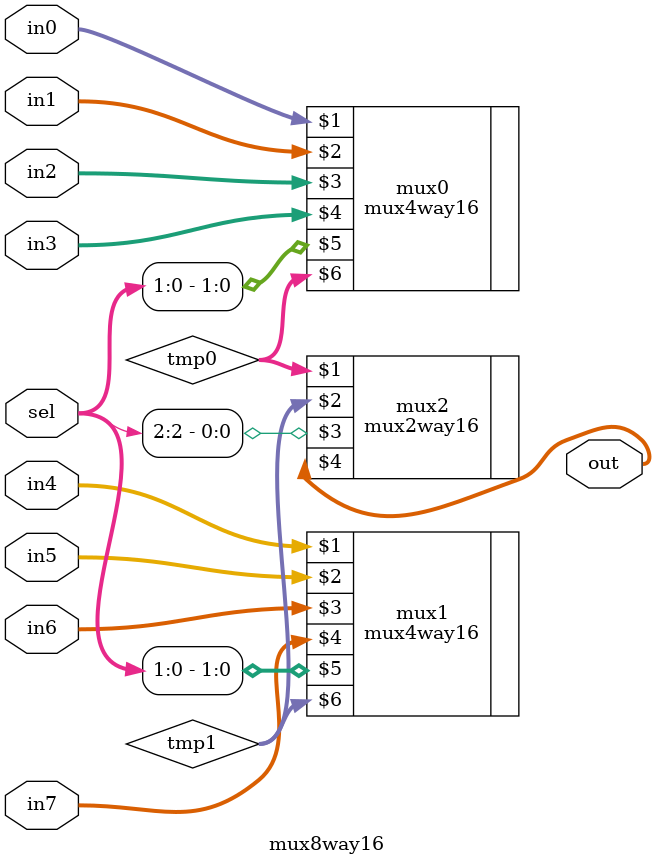
<source format=v>
module mux8way16(
  input [15:0] in0,
  input [15:0] in1,
  input [15:0] in2,
  input [15:0] in3,
  input [15:0] in4,
  input [15:0] in5,
  input [15:0] in6,
  input [15:0] in7,  
  input [2:0] sel,
  output [15:0] out);
  
  wire [15:0] tmp0;
  wire [15:0] tmp1;    
  
  mux4way16 mux0(in0,in1,in2,in3,sel[1:0],tmp0);
  mux4way16 mux1(in4,in5,in6,in7,sel[1:0],tmp1);  
  mux2way16 mux2(tmp0,tmp1,sel[2],out);
  
endmodule

</source>
